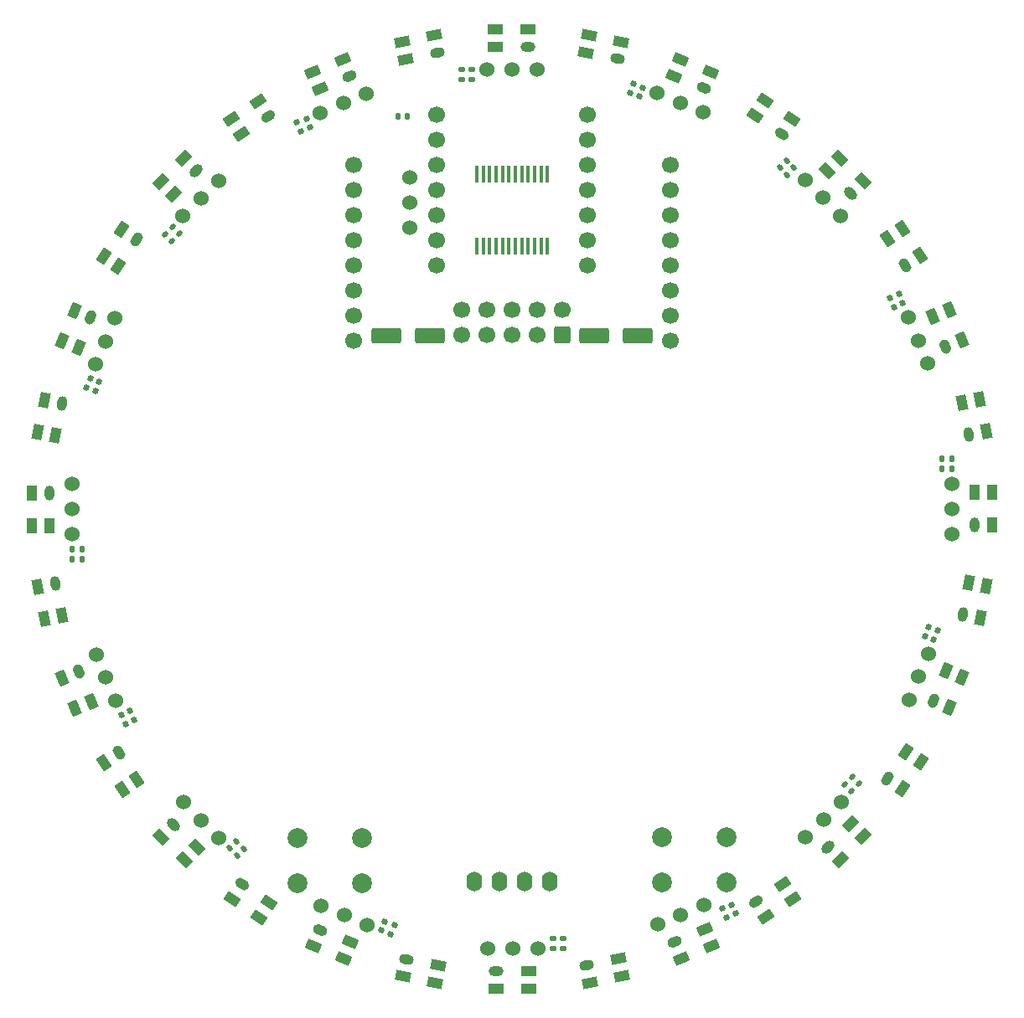
<source format=gbr>
%TF.GenerationSoftware,KiCad,Pcbnew,7.0.9*%
%TF.CreationDate,2024-01-11T17:52:56+09:00*%
%TF.ProjectId,SensorBoard,53656e73-6f72-4426-9f61-72642e6b6963,rev?*%
%TF.SameCoordinates,Original*%
%TF.FileFunction,Soldermask,Top*%
%TF.FilePolarity,Negative*%
%FSLAX46Y46*%
G04 Gerber Fmt 4.6, Leading zero omitted, Abs format (unit mm)*
G04 Created by KiCad (PCBNEW 7.0.9) date 2024-01-11 17:52:56*
%MOMM*%
%LPD*%
G01*
G04 APERTURE LIST*
G04 Aperture macros list*
%AMRoundRect*
0 Rectangle with rounded corners*
0 $1 Rounding radius*
0 $2 $3 $4 $5 $6 $7 $8 $9 X,Y pos of 4 corners*
0 Add a 4 corners polygon primitive as box body*
4,1,4,$2,$3,$4,$5,$6,$7,$8,$9,$2,$3,0*
0 Add four circle primitives for the rounded corners*
1,1,$1+$1,$2,$3*
1,1,$1+$1,$4,$5*
1,1,$1+$1,$6,$7*
1,1,$1+$1,$8,$9*
0 Add four rect primitives between the rounded corners*
20,1,$1+$1,$2,$3,$4,$5,0*
20,1,$1+$1,$4,$5,$6,$7,0*
20,1,$1+$1,$6,$7,$8,$9,0*
20,1,$1+$1,$8,$9,$2,$3,0*%
%AMOutline4P*
0 Free polygon, 4 corners , with rotation*
0 The origin of the aperture is its center*
0 number of corners: always 4*
0 $1 to $8 corner X, Y*
0 $9 Rotation angle, in degrees counterclockwise*
0 create outline with 4 corners*
4,1,4,$1,$2,$3,$4,$5,$6,$7,$8,$1,$2,$9*%
G04 Aperture macros list end*
%ADD10RoundRect,0.140000X-0.103484X0.194399X-0.210635X-0.064287X0.103484X-0.194399X0.210635X0.064287X0*%
%ADD11RoundRect,0.140000X0.064287X0.210635X-0.194399X0.103484X-0.064287X-0.210635X0.194399X-0.103484X0*%
%ADD12RoundRect,0.140000X0.194399X0.103484X-0.064287X0.210635X-0.194399X-0.103484X0.064287X-0.210635X0*%
%ADD13RoundRect,0.500000X-0.230970X-0.095671X0.230970X0.095671X0.230970X0.095671X-0.230970X-0.095671X0*%
%ADD14Outline4P,-0.750000X-0.500000X0.750000X-0.500000X0.750000X0.500000X-0.750000X0.500000X22.500000*%
%ADD15RoundRect,0.140000X-0.021213X0.219203X-0.219203X0.021213X0.021213X-0.219203X0.219203X-0.021213X0*%
%ADD16RoundRect,0.500000X0.138893X0.207867X-0.138893X-0.207867X-0.138893X-0.207867X0.138893X0.207867X0*%
%ADD17Outline4P,-0.750000X-0.500000X0.750000X-0.500000X0.750000X0.500000X-0.750000X0.500000X236.250000*%
%ADD18RoundRect,0.140000X0.210635X-0.064287X0.103484X0.194399X-0.210635X0.064287X-0.103484X-0.194399X0*%
%ADD19RoundRect,0.500000X-0.230970X0.095671X0.230970X-0.095671X0.230970X-0.095671X-0.230970X0.095671X0*%
%ADD20Outline4P,-0.750000X-0.500000X0.750000X-0.500000X0.750000X0.500000X-0.750000X0.500000X337.500000*%
%ADD21RoundRect,0.500000X0.000000X0.250000X0.000000X-0.250000X0.000000X-0.250000X0.000000X0.250000X0*%
%ADD22Outline4P,-0.750000X-0.500000X0.750000X-0.500000X0.750000X0.500000X-0.750000X0.500000X270.000000*%
%ADD23RoundRect,0.500000X-0.207867X-0.138893X0.207867X0.138893X0.207867X0.138893X-0.207867X-0.138893X0*%
%ADD24Outline4P,-0.750000X-0.500000X0.750000X-0.500000X0.750000X0.500000X-0.750000X0.500000X33.750000*%
%ADD25RoundRect,0.140000X0.219203X0.021213X0.021213X0.219203X-0.219203X-0.021213X-0.021213X-0.219203X0*%
%ADD26C,2.000000*%
%ADD27O,1.600000X2.000000*%
%ADD28RoundRect,0.500000X-0.176777X-0.176777X0.176777X0.176777X0.176777X0.176777X-0.176777X-0.176777X0*%
%ADD29Outline4P,-0.750000X-0.500000X0.750000X-0.500000X0.750000X0.500000X-0.750000X0.500000X45.000000*%
%ADD30RoundRect,0.500000X0.176777X0.176777X-0.176777X-0.176777X-0.176777X-0.176777X0.176777X0.176777X0*%
%ADD31Outline4P,-0.750000X-0.500000X0.750000X-0.500000X0.750000X0.500000X-0.750000X0.500000X225.000000*%
%ADD32RoundRect,0.140000X-0.170000X0.140000X-0.170000X-0.140000X0.170000X-0.140000X0.170000X0.140000X0*%
%ADD33RoundRect,0.250000X-1.250000X-0.550000X1.250000X-0.550000X1.250000X0.550000X-1.250000X0.550000X0*%
%ADD34RoundRect,0.140000X0.140000X0.170000X-0.140000X0.170000X-0.140000X-0.170000X0.140000X-0.170000X0*%
%ADD35RoundRect,0.500000X0.048773X0.245196X-0.048773X-0.245196X-0.048773X-0.245196X0.048773X0.245196X0*%
%ADD36Outline4P,-0.750000X-0.500000X0.750000X-0.500000X0.750000X0.500000X-0.750000X0.500000X258.750000*%
%ADD37RoundRect,0.250000X1.250000X0.550000X-1.250000X0.550000X-1.250000X-0.550000X1.250000X-0.550000X0*%
%ADD38RoundRect,0.500000X-0.095671X0.230970X0.095671X-0.230970X0.095671X-0.230970X-0.095671X0.230970X0*%
%ADD39Outline4P,-0.750000X-0.500000X0.750000X-0.500000X0.750000X0.500000X-0.750000X0.500000X292.500000*%
%ADD40RoundRect,0.500000X-0.138893X-0.207867X0.138893X0.207867X0.138893X0.207867X-0.138893X-0.207867X0*%
%ADD41Outline4P,-0.750000X-0.500000X0.750000X-0.500000X0.750000X0.500000X-0.750000X0.500000X56.250000*%
%ADD42RoundRect,0.500000X0.245196X-0.048773X-0.245196X0.048773X-0.245196X0.048773X0.245196X-0.048773X0*%
%ADD43Outline4P,-0.750000X-0.500000X0.750000X-0.500000X0.750000X0.500000X-0.750000X0.500000X168.750000*%
%ADD44RoundRect,0.500000X-0.250000X0.000000X0.250000X0.000000X0.250000X0.000000X-0.250000X0.000000X0*%
%ADD45Outline4P,-0.750000X-0.500000X0.750000X-0.500000X0.750000X0.500000X-0.750000X0.500000X0.000000*%
%ADD46RoundRect,0.500000X-0.048773X0.245196X0.048773X-0.245196X0.048773X-0.245196X-0.048773X0.245196X0*%
%ADD47Outline4P,-0.750000X-0.500000X0.750000X-0.500000X0.750000X0.500000X-0.750000X0.500000X281.250000*%
%ADD48C,1.700000*%
%ADD49RoundRect,0.500000X-0.245196X-0.048773X0.245196X0.048773X0.245196X0.048773X-0.245196X-0.048773X0*%
%ADD50Outline4P,-0.750000X-0.500000X0.750000X-0.500000X0.750000X0.500000X-0.750000X0.500000X11.250000*%
%ADD51RoundRect,0.500000X-0.176777X0.176777X0.176777X-0.176777X0.176777X-0.176777X-0.176777X0.176777X0*%
%ADD52Outline4P,-0.750000X-0.500000X0.750000X-0.500000X0.750000X0.500000X-0.750000X0.500000X315.000000*%
%ADD53RoundRect,0.500000X0.048773X-0.245196X-0.048773X0.245196X-0.048773X0.245196X0.048773X-0.245196X0*%
%ADD54Outline4P,-0.750000X-0.500000X0.750000X-0.500000X0.750000X0.500000X-0.750000X0.500000X101.250000*%
%ADD55RoundRect,0.500000X0.250000X0.000000X-0.250000X0.000000X-0.250000X0.000000X0.250000X0.000000X0*%
%ADD56Outline4P,-0.750000X-0.500000X0.750000X-0.500000X0.750000X0.500000X-0.750000X0.500000X180.000000*%
%ADD57RoundRect,0.500000X0.176777X-0.176777X-0.176777X0.176777X-0.176777X0.176777X0.176777X-0.176777X0*%
%ADD58Outline4P,-0.750000X-0.500000X0.750000X-0.500000X0.750000X0.500000X-0.750000X0.500000X135.000000*%
%ADD59RoundRect,0.500000X0.138893X-0.207867X-0.138893X0.207867X-0.138893X0.207867X0.138893X-0.207867X0*%
%ADD60Outline4P,-0.750000X-0.500000X0.750000X-0.500000X0.750000X0.500000X-0.750000X0.500000X123.750000*%
%ADD61RoundRect,0.500000X-0.245196X0.048773X0.245196X-0.048773X0.245196X-0.048773X-0.245196X0.048773X0*%
%ADD62Outline4P,-0.750000X-0.500000X0.750000X-0.500000X0.750000X0.500000X-0.750000X0.500000X348.750000*%
%ADD63RoundRect,0.500000X-0.138893X0.207867X0.138893X-0.207867X0.138893X-0.207867X-0.138893X0.207867X0*%
%ADD64Outline4P,-0.750000X-0.500000X0.750000X-0.500000X0.750000X0.500000X-0.750000X0.500000X303.750000*%
%ADD65RoundRect,0.500000X0.000000X-0.250000X0.000000X0.250000X0.000000X0.250000X0.000000X-0.250000X0*%
%ADD66Outline4P,-0.750000X-0.500000X0.750000X-0.500000X0.750000X0.500000X-0.750000X0.500000X90.000000*%
%ADD67RoundRect,0.500000X0.230970X0.095671X-0.230970X-0.095671X-0.230970X-0.095671X0.230970X0.095671X0*%
%ADD68Outline4P,-0.750000X-0.500000X0.750000X-0.500000X0.750000X0.500000X-0.750000X0.500000X202.500000*%
%ADD69RoundRect,0.500000X0.230970X-0.095671X-0.230970X0.095671X-0.230970X0.095671X0.230970X-0.095671X0*%
%ADD70Outline4P,-0.750000X-0.500000X0.750000X-0.500000X0.750000X0.500000X-0.750000X0.500000X157.500000*%
%ADD71RoundRect,0.500000X0.207867X0.138893X-0.207867X-0.138893X-0.207867X-0.138893X0.207867X0.138893X0*%
%ADD72Outline4P,-0.750000X-0.500000X0.750000X-0.500000X0.750000X0.500000X-0.750000X0.500000X213.750000*%
%ADD73RoundRect,0.500000X-0.095671X-0.230970X0.095671X0.230970X0.095671X0.230970X-0.095671X-0.230970X0*%
%ADD74Outline4P,-0.750000X-0.500000X0.750000X-0.500000X0.750000X0.500000X-0.750000X0.500000X67.500000*%
%ADD75R,0.450000X1.750000*%
%ADD76RoundRect,0.500000X0.095671X0.230970X-0.095671X-0.230970X-0.095671X-0.230970X0.095671X0.230970X0*%
%ADD77Outline4P,-0.750000X-0.500000X0.750000X-0.500000X0.750000X0.500000X-0.750000X0.500000X247.500000*%
%ADD78RoundRect,0.500000X0.245196X0.048773X-0.245196X-0.048773X-0.245196X-0.048773X0.245196X0.048773X0*%
%ADD79Outline4P,-0.750000X-0.500000X0.750000X-0.500000X0.750000X0.500000X-0.750000X0.500000X191.250000*%
%ADD80RoundRect,0.500000X-0.048773X-0.245196X0.048773X0.245196X0.048773X0.245196X-0.048773X-0.245196X0*%
%ADD81Outline4P,-0.750000X-0.500000X0.750000X-0.500000X0.750000X0.500000X-0.750000X0.500000X78.750000*%
%ADD82RoundRect,0.500000X0.207867X-0.138893X-0.207867X0.138893X-0.207867X0.138893X0.207867X-0.138893X0*%
%ADD83Outline4P,-0.750000X-0.500000X0.750000X-0.500000X0.750000X0.500000X-0.750000X0.500000X146.250000*%
%ADD84RoundRect,0.500000X-0.207867X0.138893X0.207867X-0.138893X0.207867X-0.138893X-0.207867X0.138893X0*%
%ADD85Outline4P,-0.750000X-0.500000X0.750000X-0.500000X0.750000X0.500000X-0.750000X0.500000X326.250000*%
%ADD86RoundRect,0.500000X0.095671X-0.230970X-0.095671X0.230970X-0.095671X0.230970X0.095671X-0.230970X0*%
%ADD87Outline4P,-0.750000X-0.500000X0.750000X-0.500000X0.750000X0.500000X-0.750000X0.500000X112.500000*%
%ADD88C,1.524000*%
%ADD89RoundRect,0.250000X0.600000X-0.600000X0.600000X0.600000X-0.600000X0.600000X-0.600000X-0.600000X0*%
G04 APERTURE END LIST*
D10*
%TO.C,C10*%
X127836077Y-143712594D03*
X127468701Y-144599518D03*
%TD*%
%TO.C,R10*%
X126897415Y-143323788D03*
X126530039Y-144210712D03*
%TD*%
D11*
%TO.C,R12*%
X101155444Y-122022829D03*
X100268520Y-122390205D03*
%TD*%
D12*
%TO.C,C6*%
X182738479Y-113870260D03*
X181851555Y-113502884D03*
%TD*%
D13*
%TO.C,D15*%
X156140677Y-145380962D03*
D14*
X156829508Y-147043945D03*
X159859833Y-145788744D03*
X159171002Y-144125761D03*
%TD*%
D15*
%TO.C,R11*%
X111907917Y-135233507D03*
X111229095Y-135912329D03*
%TD*%
D10*
%TO.C,C2*%
X152009221Y-58600482D03*
X151641845Y-59487406D03*
%TD*%
D16*
%TO.C,D28*%
X101778033Y-74309766D03*
D17*
X100281388Y-73309740D03*
X98459117Y-76036960D03*
X99955762Y-77036986D03*
%TD*%
D18*
%TO.C,R8*%
X161367338Y-142882806D03*
X160999962Y-141995882D03*
%TD*%
D11*
%TO.C,C4*%
X178820596Y-79871133D03*
X177933672Y-80238509D03*
%TD*%
D15*
%TO.C,C3*%
X167473401Y-66379169D03*
X166794579Y-67057991D03*
%TD*%
D12*
%TO.C,R14*%
X98015173Y-88758454D03*
X97128249Y-88391078D03*
%TD*%
D19*
%TO.C,D19*%
X120378911Y-144155580D03*
D20*
X119690080Y-145818563D03*
X122720405Y-147073764D03*
X123409236Y-145410781D03*
%TD*%
D21*
%TO.C,D25*%
X93013961Y-99998961D03*
D22*
X91213961Y-99998961D03*
X91213961Y-103278961D03*
X93013961Y-103278961D03*
%TD*%
D23*
%TO.C,D14*%
X164366765Y-141339908D03*
D24*
X165366791Y-142836553D03*
X168094011Y-141014282D03*
X167093985Y-139517637D03*
%TD*%
D25*
%TO.C,R15*%
X106105454Y-73768956D03*
X105426632Y-73090134D03*
%TD*%
D26*
%TO.C,SW1*%
X161417000Y-139319000D03*
X154917000Y-139319000D03*
X161417000Y-134819000D03*
X154917000Y-134819000D03*
%TD*%
D27*
%TO.C,Brd1*%
X143560800Y-139242800D03*
X141020800Y-139242800D03*
X138480800Y-139242800D03*
X135940800Y-139242800D03*
%TD*%
D28*
%TO.C,D13*%
X171646420Y-135771670D03*
D29*
X172919212Y-137044462D03*
X175238522Y-134725152D03*
X173965730Y-133452360D03*
%TD*%
D30*
%TO.C,D29*%
X107831502Y-67428330D03*
D31*
X106558710Y-66155538D03*
X104239400Y-68474848D03*
X105512192Y-69747640D03*
%TD*%
D32*
%TO.C,R9*%
X143841922Y-145062000D03*
X143841922Y-146022000D03*
%TD*%
D33*
%TO.C,C17*%
X148000000Y-84074000D03*
X152400000Y-84074000D03*
%TD*%
D34*
%TO.C,C18*%
X129159000Y-61849000D03*
X128199000Y-61849000D03*
%TD*%
D18*
%TO.C,C16*%
X118377470Y-63405289D03*
X118010094Y-62518365D03*
%TD*%
D35*
%TO.C,D26*%
X94224116Y-90914129D03*
D36*
X92458702Y-90562967D03*
X91818806Y-93779943D03*
X93584220Y-94131105D03*
%TD*%
D25*
%TO.C,C15*%
X105387034Y-74487377D03*
X104708212Y-73808555D03*
%TD*%
D12*
%TO.C,C14*%
X97626367Y-89697116D03*
X96739443Y-89329740D03*
%TD*%
D18*
%TO.C,C8*%
X162306000Y-142494000D03*
X161938624Y-141607076D03*
%TD*%
D37*
%TO.C,C19*%
X131400000Y-84074000D03*
X127000000Y-84074000D03*
%TD*%
D32*
%TO.C,C1*%
X134620000Y-57178000D03*
X134620000Y-58138000D03*
%TD*%
D38*
%TO.C,D23*%
X95957999Y-118001716D03*
D39*
X94295016Y-118690547D03*
X95550217Y-121720872D03*
X97213200Y-121032041D03*
%TD*%
D40*
%TO.C,D12*%
X177699889Y-128890234D03*
D41*
X179196534Y-129890260D03*
X181018805Y-127163040D03*
X179522160Y-126163014D03*
%TD*%
D42*
%TO.C,D2*%
X150424832Y-56085155D03*
D43*
X150775994Y-54319741D03*
X147559018Y-53679845D03*
X147207856Y-55445259D03*
%TD*%
D44*
%TO.C,D17*%
X138137922Y-148325000D03*
D45*
X138137922Y-150125000D03*
X141417922Y-150125000D03*
X141417922Y-148325000D03*
%TD*%
D11*
%TO.C,R4*%
X179209402Y-80809795D03*
X178322478Y-81177171D03*
%TD*%
D34*
%TO.C,R13*%
X96276961Y-105702961D03*
X95316961Y-105702961D03*
%TD*%
D46*
%TO.C,D24*%
X93599422Y-109145320D03*
D47*
X91834008Y-109496482D03*
X92473904Y-112713458D03*
X94239318Y-112362296D03*
%TD*%
D48*
%TO.C,U18*%
X132080000Y-61722000D03*
X132080000Y-64262000D03*
X132080000Y-66802000D03*
X132080000Y-69342000D03*
X132080000Y-71882000D03*
X132080000Y-74422000D03*
X132080000Y-76962000D03*
X147320000Y-76962000D03*
X147320000Y-74422000D03*
X147320000Y-71882000D03*
X147320000Y-69342000D03*
X147320000Y-66802000D03*
X147320000Y-64262000D03*
X147320000Y-61722000D03*
%TD*%
D49*
%TO.C,D16*%
X147284281Y-147739539D03*
D50*
X147635443Y-149504953D03*
X150852419Y-148865057D03*
X150501257Y-147099643D03*
%TD*%
D51*
%TO.C,D21*%
X105567291Y-133507459D03*
D52*
X104294499Y-134780251D03*
X106613809Y-137099561D03*
X107886601Y-135826769D03*
%TD*%
D11*
%TO.C,C12*%
X101544250Y-122961491D03*
X100657326Y-123328867D03*
%TD*%
D53*
%TO.C,D8*%
X185878499Y-94054680D03*
D54*
X187643913Y-93703518D03*
X187004017Y-90486542D03*
X185238603Y-90837704D03*
%TD*%
D55*
%TO.C,D1*%
X141340000Y-54875000D03*
D56*
X141340000Y-53075000D03*
X138060000Y-53075000D03*
X138060000Y-54875000D03*
%TD*%
D57*
%TO.C,D5*%
X173910630Y-69692541D03*
D58*
X175183422Y-68419749D03*
X172864112Y-66100439D03*
X171591320Y-67373231D03*
%TD*%
D59*
%TO.C,D6*%
X179478868Y-76972196D03*
D60*
X180975513Y-75972170D03*
X179153242Y-73244950D03*
X177656597Y-74244976D03*
%TD*%
D26*
%TO.C,SW2*%
X124535000Y-139410000D03*
X118035000Y-139410000D03*
X124535000Y-134910000D03*
X118035000Y-134910000D03*
%TD*%
D61*
%TO.C,D18*%
X129053090Y-147114845D03*
D62*
X128701928Y-148880259D03*
X131918904Y-149520155D03*
X132270066Y-147754741D03*
%TD*%
D63*
%TO.C,D22*%
X99999053Y-126227804D03*
D64*
X98502408Y-127227830D03*
X100324679Y-129955050D03*
X101821324Y-128955024D03*
%TD*%
D65*
%TO.C,D9*%
X186463961Y-103201039D03*
D66*
X188263961Y-103201039D03*
X188263961Y-99921039D03*
X186463961Y-99921039D03*
%TD*%
D15*
%TO.C,C11*%
X112626338Y-135951927D03*
X111947516Y-136630749D03*
%TD*%
D67*
%TO.C,D31*%
X123337245Y-57819038D03*
D68*
X122648414Y-56156055D03*
X119618089Y-57411256D03*
X120306920Y-59074239D03*
%TD*%
D69*
%TO.C,D3*%
X159099011Y-59044419D03*
D70*
X159787842Y-57381436D03*
X156757517Y-56126235D03*
X156068686Y-57789218D03*
%TD*%
D71*
%TO.C,D30*%
X115111157Y-61860092D03*
D72*
X114111131Y-60363447D03*
X111383911Y-62185718D03*
X112383937Y-63682363D03*
%TD*%
D32*
%TO.C,C9*%
X144857922Y-145062000D03*
X144857922Y-146022000D03*
%TD*%
D15*
%TO.C,R3*%
X168191822Y-67097589D03*
X167513000Y-67776411D03*
%TD*%
D18*
%TO.C,R16*%
X119316132Y-63016483D03*
X118948756Y-62129559D03*
%TD*%
D73*
%TO.C,D11*%
X182294541Y-120960050D03*
D74*
X183957524Y-121648881D03*
X185212725Y-118618556D03*
X183549742Y-117929725D03*
%TD*%
D75*
%TO.C,U1*%
X143325800Y-67774000D03*
X142675800Y-67774000D03*
X142025800Y-67774000D03*
X141375800Y-67774000D03*
X140725800Y-67774000D03*
X140075800Y-67774000D03*
X139425800Y-67774000D03*
X138775800Y-67774000D03*
X138125800Y-67774000D03*
X137475800Y-67774000D03*
X136825800Y-67774000D03*
X136175800Y-67774000D03*
X136175800Y-74974000D03*
X136825800Y-74974000D03*
X137475800Y-74974000D03*
X138125800Y-74974000D03*
X138775800Y-74974000D03*
X139425800Y-74974000D03*
X140075800Y-74974000D03*
X140725800Y-74974000D03*
X141375800Y-74974000D03*
X142025800Y-74974000D03*
X142675800Y-74974000D03*
X143325800Y-74974000D03*
%TD*%
D76*
%TO.C,D27*%
X97183381Y-82239950D03*
D77*
X95520398Y-81551119D03*
X94265197Y-84581444D03*
X95928180Y-85270275D03*
%TD*%
D34*
%TO.C,C5*%
X184160961Y-96481039D03*
X183200961Y-96481039D03*
%TD*%
D78*
%TO.C,D32*%
X132193641Y-55460461D03*
D79*
X131842479Y-53695047D03*
X128625503Y-54334943D03*
X128976665Y-56100357D03*
%TD*%
D80*
%TO.C,D10*%
X185253806Y-112285871D03*
D81*
X187019220Y-112637033D03*
X187659116Y-109420057D03*
X185893702Y-109068895D03*
%TD*%
D82*
%TO.C,D4*%
X167029195Y-63639072D03*
D83*
X168029221Y-62142427D03*
X165302001Y-60320156D03*
X164301975Y-61816801D03*
%TD*%
D32*
%TO.C,R1*%
X135636000Y-57178000D03*
X135636000Y-58138000D03*
%TD*%
D84*
%TO.C,D20*%
X112448727Y-139560928D03*
D85*
X111448701Y-141057573D03*
X114175921Y-142879844D03*
X115175947Y-141383199D03*
%TD*%
D25*
%TO.C,C7*%
X174769710Y-129391445D03*
X174090888Y-128712623D03*
%TD*%
D10*
%TO.C,R2*%
X152947883Y-58989288D03*
X152580507Y-59876212D03*
%TD*%
D34*
%TO.C,R5*%
X184160961Y-97497039D03*
X183200961Y-97497039D03*
%TD*%
D12*
%TO.C,R6*%
X182349673Y-114808922D03*
X181462749Y-114441546D03*
%TD*%
D34*
%TO.C,C13*%
X96276961Y-106718961D03*
X95316961Y-106718961D03*
%TD*%
D25*
%TO.C,R7*%
X174051290Y-130109866D03*
X173372468Y-129431044D03*
%TD*%
D86*
%TO.C,D7*%
X183519922Y-85198284D03*
D87*
X185182905Y-84509453D03*
X183927704Y-81479128D03*
X182264721Y-82167959D03*
%TD*%
D88*
%TO.C,U3*%
X159059898Y-61490661D03*
X156713244Y-60518645D03*
X154366590Y-59546629D03*
%TD*%
%TO.C,U10*%
X137237922Y-146050000D03*
X139777922Y-146050000D03*
X142317922Y-146050000D03*
%TD*%
%TO.C,U7*%
X179848300Y-120920937D03*
X180820316Y-118574283D03*
X181792332Y-116227629D03*
%TD*%
%TO.C,U9*%
X154438581Y-143623551D03*
X156785235Y-142651535D03*
X159131889Y-141679519D03*
%TD*%
D89*
%TO.C,J1*%
X144780000Y-84023200D03*
D48*
X144780000Y-81483200D03*
X142240000Y-84023200D03*
X142240000Y-81483200D03*
X139700000Y-84023200D03*
X139700000Y-81483200D03*
X137160000Y-84023200D03*
X137160000Y-81483200D03*
X134620000Y-84023200D03*
X134620000Y-81483200D03*
%TD*%
D88*
%TO.C,U12*%
X106539563Y-131262395D03*
X108335615Y-133058446D03*
X110131666Y-134854498D03*
%TD*%
%TO.C,U8*%
X169401356Y-134799398D03*
X171197407Y-133003346D03*
X172993459Y-131207295D03*
%TD*%
%TO.C,U11*%
X120418024Y-141709339D03*
X122764678Y-142681355D03*
X125111332Y-143653371D03*
%TD*%
%TO.C,U5*%
X181762512Y-86900380D03*
X180790496Y-84553726D03*
X179818480Y-82207072D03*
%TD*%
%TO.C,U20*%
X129388000Y-73152000D03*
X129388000Y-70612000D03*
X129388000Y-68072000D03*
%TD*%
%TO.C,U16*%
X110076566Y-68400602D03*
X108280515Y-70196654D03*
X106484463Y-71992705D03*
%TD*%
%TO.C,U2*%
X142240000Y-57150000D03*
X139700000Y-57150000D03*
X137160000Y-57150000D03*
%TD*%
%TO.C,U14*%
X95288961Y-99098961D03*
X95288961Y-101638961D03*
X95288961Y-104178961D03*
%TD*%
%TO.C,U17*%
X125039341Y-59576449D03*
X122692687Y-60548465D03*
X120346033Y-61520481D03*
%TD*%
%TO.C,U13*%
X97715410Y-116299620D03*
X98687426Y-118646274D03*
X99659442Y-120992928D03*
%TD*%
%TO.C,U4*%
X172938359Y-71937605D03*
X171142307Y-70141554D03*
X169346256Y-68345502D03*
%TD*%
D48*
%TO.C,U19*%
X123750000Y-66806000D03*
X123750000Y-69346000D03*
X123750000Y-71886000D03*
X123750000Y-74426000D03*
X123750000Y-76966000D03*
X123750000Y-79506000D03*
X123750000Y-82046000D03*
X123750000Y-84586000D03*
X155750000Y-84586000D03*
X155750000Y-82046000D03*
X155750000Y-79506000D03*
X155750000Y-76966000D03*
X155750000Y-74426000D03*
X155750000Y-71886000D03*
X155750000Y-69346000D03*
X155750000Y-66806000D03*
%TD*%
D88*
%TO.C,U15*%
X99629622Y-82279063D03*
X98657606Y-84625717D03*
X97685590Y-86972371D03*
%TD*%
%TO.C,U6*%
X184188961Y-104101039D03*
X184188961Y-101561039D03*
X184188961Y-99021039D03*
%TD*%
M02*

</source>
